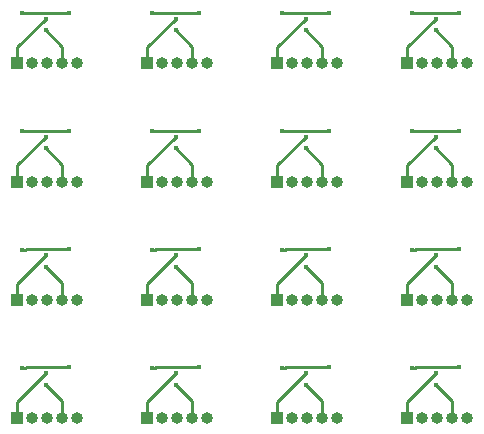
<source format=gbr>
G04 #@! TF.GenerationSoftware,KiCad,Pcbnew,5.1.5-52549c5~84~ubuntu18.04.1*
G04 #@! TF.CreationDate,2020-04-13T21:33:07+02:00*
G04 #@! TF.ProjectId,output.load_cell_panel,6f757470-7574-42e6-9c6f-61645f63656c,rev?*
G04 #@! TF.SameCoordinates,Original*
G04 #@! TF.FileFunction,Copper,L2,Bot*
G04 #@! TF.FilePolarity,Positive*
%FSLAX46Y46*%
G04 Gerber Fmt 4.6, Leading zero omitted, Abs format (unit mm)*
G04 Created by KiCad (PCBNEW 5.1.5-52549c5~84~ubuntu18.04.1) date 2020-04-13 21:33:07*
%MOMM*%
%LPD*%
G04 APERTURE LIST*
%ADD10O,1.000000X1.000000*%
%ADD11R,1.000000X1.000000*%
%ADD12C,0.400000*%
%ADD13C,0.250000*%
G04 APERTURE END LIST*
D10*
X168720000Y-104580000D03*
X167450000Y-104580000D03*
X166180000Y-104580000D03*
X164910000Y-104580000D03*
D11*
X163640000Y-104580000D03*
D10*
X157720000Y-104580000D03*
X156450000Y-104580000D03*
X155180000Y-104580000D03*
X153910000Y-104580000D03*
D11*
X152640000Y-104580000D03*
D10*
X146720000Y-104580000D03*
X145450000Y-104580000D03*
X144180000Y-104580000D03*
X142910000Y-104580000D03*
D11*
X141640000Y-104580000D03*
D10*
X135720000Y-104580000D03*
X134450000Y-104580000D03*
X133180000Y-104580000D03*
X131910000Y-104580000D03*
D11*
X130640000Y-104580000D03*
D10*
X168720000Y-94580000D03*
X167450000Y-94580000D03*
X166180000Y-94580000D03*
X164910000Y-94580000D03*
D11*
X163640000Y-94580000D03*
D10*
X157720000Y-94580000D03*
X156450000Y-94580000D03*
X155180000Y-94580000D03*
X153910000Y-94580000D03*
D11*
X152640000Y-94580000D03*
D10*
X146720000Y-94580000D03*
X145450000Y-94580000D03*
X144180000Y-94580000D03*
X142910000Y-94580000D03*
D11*
X141640000Y-94580000D03*
D10*
X135720000Y-94580000D03*
X134450000Y-94580000D03*
X133180000Y-94580000D03*
X131910000Y-94580000D03*
D11*
X130640000Y-94580000D03*
D10*
X168720000Y-84580000D03*
X167450000Y-84580000D03*
X166180000Y-84580000D03*
X164910000Y-84580000D03*
D11*
X163640000Y-84580000D03*
D10*
X157720000Y-84580000D03*
X156450000Y-84580000D03*
X155180000Y-84580000D03*
X153910000Y-84580000D03*
D11*
X152640000Y-84580000D03*
D10*
X146720000Y-84580000D03*
X145450000Y-84580000D03*
X144180000Y-84580000D03*
X142910000Y-84580000D03*
D11*
X141640000Y-84580000D03*
D10*
X135720000Y-84580000D03*
X134450000Y-84580000D03*
X133180000Y-84580000D03*
X131910000Y-84580000D03*
D11*
X130640000Y-84580000D03*
D10*
X168720000Y-74580000D03*
X167450000Y-74580000D03*
X166180000Y-74580000D03*
X164910000Y-74580000D03*
D11*
X163640000Y-74580000D03*
D10*
X157720000Y-74580000D03*
X156450000Y-74580000D03*
X155180000Y-74580000D03*
X153910000Y-74580000D03*
D11*
X152640000Y-74580000D03*
D10*
X146720000Y-74580000D03*
X145450000Y-74580000D03*
X144180000Y-74580000D03*
X142910000Y-74580000D03*
D11*
X141640000Y-74580000D03*
X130640000Y-74580000D03*
D10*
X131910000Y-74580000D03*
X133180000Y-74580000D03*
X134450000Y-74580000D03*
X135720000Y-74580000D03*
D12*
X135040000Y-70295000D03*
X131040000Y-70340000D03*
X142040000Y-70340000D03*
X153040000Y-70340000D03*
X164040000Y-70340000D03*
X131040000Y-80340000D03*
X142040000Y-80340000D03*
X153040000Y-80340000D03*
X164040000Y-80340000D03*
X131040000Y-90340000D03*
X142040000Y-90340000D03*
X153040000Y-90340000D03*
X164040000Y-90340000D03*
X131040000Y-100340000D03*
X142040000Y-100340000D03*
X153040000Y-100340000D03*
X164040000Y-100340000D03*
X146040000Y-70295000D03*
X157040000Y-70295000D03*
X168040000Y-70295000D03*
X135040000Y-80295000D03*
X146040000Y-80295000D03*
X157040000Y-80295000D03*
X168040000Y-80295000D03*
X135040000Y-90295000D03*
X146040000Y-90295000D03*
X157040000Y-90295000D03*
X168040000Y-90295000D03*
X135040000Y-100295000D03*
X146040000Y-100295000D03*
X157040000Y-100295000D03*
X168040000Y-100295000D03*
X133040000Y-70820000D03*
X144040000Y-70820000D03*
X155040000Y-70820000D03*
X166040000Y-70820000D03*
X133040000Y-80820000D03*
X144040000Y-80820000D03*
X155040000Y-80820000D03*
X166040000Y-80820000D03*
X133040000Y-90820000D03*
X144040000Y-90820000D03*
X155040000Y-90820000D03*
X166040000Y-90820000D03*
X133040000Y-100820000D03*
X144040000Y-100820000D03*
X155040000Y-100820000D03*
X166040000Y-100820000D03*
X133040000Y-71780000D03*
X144040000Y-71780000D03*
X155040000Y-71780000D03*
X166040000Y-71780000D03*
X133040000Y-81780000D03*
X144040000Y-81780000D03*
X155040000Y-81780000D03*
X166040000Y-81780000D03*
X133040000Y-91780000D03*
X144040000Y-91780000D03*
X155040000Y-91780000D03*
X166040000Y-91780000D03*
X133040000Y-101780000D03*
X144040000Y-101780000D03*
X155040000Y-101780000D03*
X166040000Y-101780000D03*
D13*
X134720000Y-70295000D02*
X135040000Y-70295000D01*
X131322842Y-70340000D02*
X131367842Y-70295000D01*
X131367842Y-70295000D02*
X134720000Y-70295000D01*
X131040000Y-70340000D02*
X131322842Y-70340000D01*
X145720000Y-70295000D02*
X146040000Y-70295000D01*
X156720000Y-70295000D02*
X157040000Y-70295000D01*
X167720000Y-70295000D02*
X168040000Y-70295000D01*
X134720000Y-80295000D02*
X135040000Y-80295000D01*
X145720000Y-80295000D02*
X146040000Y-80295000D01*
X156720000Y-80295000D02*
X157040000Y-80295000D01*
X167720000Y-80295000D02*
X168040000Y-80295000D01*
X134720000Y-90295000D02*
X135040000Y-90295000D01*
X145720000Y-90295000D02*
X146040000Y-90295000D01*
X156720000Y-90295000D02*
X157040000Y-90295000D01*
X167720000Y-90295000D02*
X168040000Y-90295000D01*
X134720000Y-100295000D02*
X135040000Y-100295000D01*
X145720000Y-100295000D02*
X146040000Y-100295000D01*
X156720000Y-100295000D02*
X157040000Y-100295000D01*
X167720000Y-100295000D02*
X168040000Y-100295000D01*
X142322842Y-70340000D02*
X142367842Y-70295000D01*
X153322842Y-70340000D02*
X153367842Y-70295000D01*
X164322842Y-70340000D02*
X164367842Y-70295000D01*
X131322842Y-80340000D02*
X131367842Y-80295000D01*
X142322842Y-80340000D02*
X142367842Y-80295000D01*
X153322842Y-80340000D02*
X153367842Y-80295000D01*
X164322842Y-80340000D02*
X164367842Y-80295000D01*
X131322842Y-90340000D02*
X131367842Y-90295000D01*
X142322842Y-90340000D02*
X142367842Y-90295000D01*
X153322842Y-90340000D02*
X153367842Y-90295000D01*
X164322842Y-90340000D02*
X164367842Y-90295000D01*
X131322842Y-100340000D02*
X131367842Y-100295000D01*
X142322842Y-100340000D02*
X142367842Y-100295000D01*
X153322842Y-100340000D02*
X153367842Y-100295000D01*
X164322842Y-100340000D02*
X164367842Y-100295000D01*
X142040000Y-70340000D02*
X142322842Y-70340000D01*
X153040000Y-70340000D02*
X153322842Y-70340000D01*
X164040000Y-70340000D02*
X164322842Y-70340000D01*
X131040000Y-80340000D02*
X131322842Y-80340000D01*
X142040000Y-80340000D02*
X142322842Y-80340000D01*
X153040000Y-80340000D02*
X153322842Y-80340000D01*
X164040000Y-80340000D02*
X164322842Y-80340000D01*
X131040000Y-90340000D02*
X131322842Y-90340000D01*
X142040000Y-90340000D02*
X142322842Y-90340000D01*
X153040000Y-90340000D02*
X153322842Y-90340000D01*
X164040000Y-90340000D02*
X164322842Y-90340000D01*
X131040000Y-100340000D02*
X131322842Y-100340000D01*
X142040000Y-100340000D02*
X142322842Y-100340000D01*
X153040000Y-100340000D02*
X153322842Y-100340000D01*
X164040000Y-100340000D02*
X164322842Y-100340000D01*
X142367842Y-70295000D02*
X145720000Y-70295000D01*
X153367842Y-70295000D02*
X156720000Y-70295000D01*
X164367842Y-70295000D02*
X167720000Y-70295000D01*
X131367842Y-80295000D02*
X134720000Y-80295000D01*
X142367842Y-80295000D02*
X145720000Y-80295000D01*
X153367842Y-80295000D02*
X156720000Y-80295000D01*
X164367842Y-80295000D02*
X167720000Y-80295000D01*
X131367842Y-90295000D02*
X134720000Y-90295000D01*
X142367842Y-90295000D02*
X145720000Y-90295000D01*
X153367842Y-90295000D02*
X156720000Y-90295000D01*
X164367842Y-90295000D02*
X167720000Y-90295000D01*
X131367842Y-100295000D02*
X134720000Y-100295000D01*
X142367842Y-100295000D02*
X145720000Y-100295000D01*
X153367842Y-100295000D02*
X156720000Y-100295000D01*
X164367842Y-100295000D02*
X167720000Y-100295000D01*
X130640000Y-73220000D02*
X130640000Y-74580000D01*
X133040000Y-70820000D02*
X130640000Y-73220000D01*
X144040000Y-70820000D02*
X141640000Y-73220000D01*
X155040000Y-70820000D02*
X152640000Y-73220000D01*
X166040000Y-70820000D02*
X163640000Y-73220000D01*
X133040000Y-80820000D02*
X130640000Y-83220000D01*
X144040000Y-80820000D02*
X141640000Y-83220000D01*
X155040000Y-80820000D02*
X152640000Y-83220000D01*
X166040000Y-80820000D02*
X163640000Y-83220000D01*
X133040000Y-90820000D02*
X130640000Y-93220000D01*
X144040000Y-90820000D02*
X141640000Y-93220000D01*
X155040000Y-90820000D02*
X152640000Y-93220000D01*
X166040000Y-90820000D02*
X163640000Y-93220000D01*
X133040000Y-100820000D02*
X130640000Y-103220000D01*
X144040000Y-100820000D02*
X141640000Y-103220000D01*
X155040000Y-100820000D02*
X152640000Y-103220000D01*
X166040000Y-100820000D02*
X163640000Y-103220000D01*
X141640000Y-73220000D02*
X141640000Y-74580000D01*
X152640000Y-73220000D02*
X152640000Y-74580000D01*
X163640000Y-73220000D02*
X163640000Y-74580000D01*
X130640000Y-83220000D02*
X130640000Y-84580000D01*
X141640000Y-83220000D02*
X141640000Y-84580000D01*
X152640000Y-83220000D02*
X152640000Y-84580000D01*
X163640000Y-83220000D02*
X163640000Y-84580000D01*
X130640000Y-93220000D02*
X130640000Y-94580000D01*
X141640000Y-93220000D02*
X141640000Y-94580000D01*
X152640000Y-93220000D02*
X152640000Y-94580000D01*
X163640000Y-93220000D02*
X163640000Y-94580000D01*
X130640000Y-103220000D02*
X130640000Y-104580000D01*
X141640000Y-103220000D02*
X141640000Y-104580000D01*
X152640000Y-103220000D02*
X152640000Y-104580000D01*
X163640000Y-103220000D02*
X163640000Y-104580000D01*
X134450000Y-73190000D02*
X134450000Y-74580000D01*
X133040000Y-71780000D02*
X134450000Y-73190000D01*
X145450000Y-73190000D02*
X145450000Y-74580000D01*
X156450000Y-73190000D02*
X156450000Y-74580000D01*
X167450000Y-73190000D02*
X167450000Y-74580000D01*
X134450000Y-83190000D02*
X134450000Y-84580000D01*
X145450000Y-83190000D02*
X145450000Y-84580000D01*
X156450000Y-83190000D02*
X156450000Y-84580000D01*
X167450000Y-83190000D02*
X167450000Y-84580000D01*
X134450000Y-93190000D02*
X134450000Y-94580000D01*
X145450000Y-93190000D02*
X145450000Y-94580000D01*
X156450000Y-93190000D02*
X156450000Y-94580000D01*
X167450000Y-93190000D02*
X167450000Y-94580000D01*
X134450000Y-103190000D02*
X134450000Y-104580000D01*
X145450000Y-103190000D02*
X145450000Y-104580000D01*
X156450000Y-103190000D02*
X156450000Y-104580000D01*
X167450000Y-103190000D02*
X167450000Y-104580000D01*
X144040000Y-71780000D02*
X145450000Y-73190000D01*
X155040000Y-71780000D02*
X156450000Y-73190000D01*
X166040000Y-71780000D02*
X167450000Y-73190000D01*
X133040000Y-81780000D02*
X134450000Y-83190000D01*
X144040000Y-81780000D02*
X145450000Y-83190000D01*
X155040000Y-81780000D02*
X156450000Y-83190000D01*
X166040000Y-81780000D02*
X167450000Y-83190000D01*
X133040000Y-91780000D02*
X134450000Y-93190000D01*
X144040000Y-91780000D02*
X145450000Y-93190000D01*
X155040000Y-91780000D02*
X156450000Y-93190000D01*
X166040000Y-91780000D02*
X167450000Y-93190000D01*
X133040000Y-101780000D02*
X134450000Y-103190000D01*
X144040000Y-101780000D02*
X145450000Y-103190000D01*
X155040000Y-101780000D02*
X156450000Y-103190000D01*
X166040000Y-101780000D02*
X167450000Y-103190000D01*
M02*

</source>
